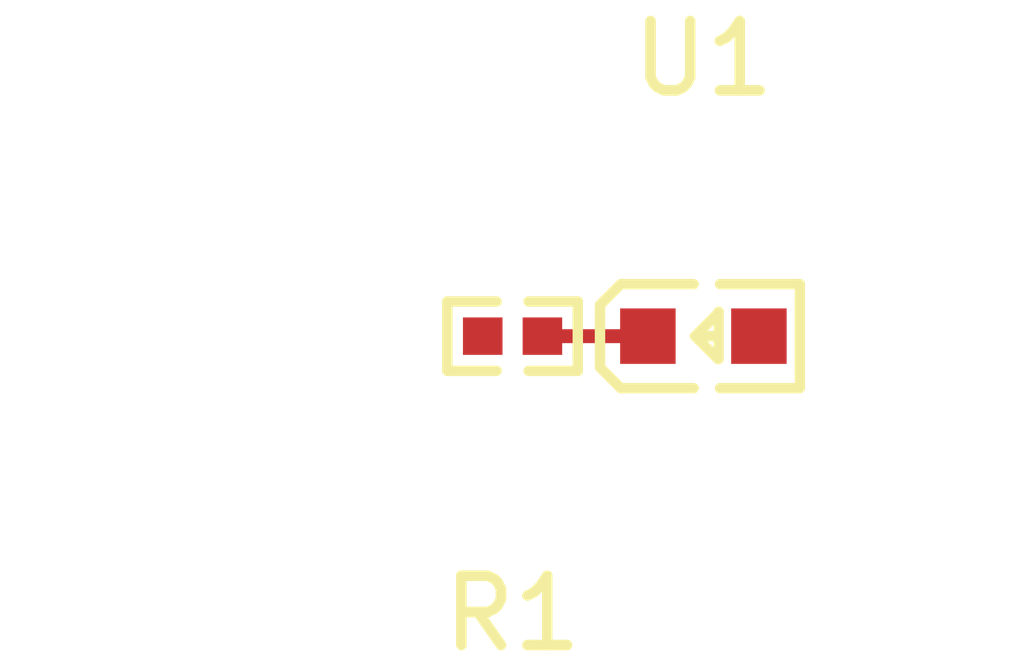
<source format=kicad_pcb>
(kicad_pcb (version 20241229) (generator "pcbnew") (generator_version "9.0")
  (layers (0 "F.Cu" signal) (2 "B.Cu" signal) (13 "F.Paste" user) (15 "B.Paste" user) (5 "F.SilkS" user "F.Silkscreen") (7 "B.SilkS" user "B.Silkscreen") (1 "F.Mask" user) (3 "B.Mask" user) (25 "Edge.Cuts" user))
  (net 0 "")
  (net 1 "gnd")
  (net 2 "anode")
  (net 3 "cathode")
  (footprint "Hubei_KENTO_Elec_KT_0603R:LED0603-RD" (layer "F.Cu") (at 0 0)
    (property "Reference" "U1" (at 0 -4 0) (layer "F.SilkS"))
    (property "Value" "2V")
    (fp_line (start -1.49 -0.45) (end -1.19 -0.75) (stroke (width 0.15)) (layer "F.SilkS"))
    (fp_line (start -1.49 -0.35) (end -1.49 -0.45) (stroke (width 0.15)) (layer "F.SilkS"))
    (fp_line (start -1.49 -0.35) (end -1.49 0.35) (stroke (width 0.15)) (layer "F.SilkS"))
    (fp_line (start -1.49 0.35) (end -1.49 0.45) (stroke (width 0.15)) (layer "F.SilkS"))
    (fp_line (start -1.49 0.45) (end -1.19 0.75) (stroke (width 0.15)) (layer "F.SilkS"))
    (fp_line (start -0.14 -0.75) (end -1.19 -0.75) (stroke (width 0.15)) (layer "F.SilkS"))
    (fp_line (start -0.14 0.75) (end -1.19 0.75) (stroke (width 0.15)) (layer "F.SilkS"))
    (fp_line (start 0.21 0.33) (end -0.12 0) (stroke (width 0.15)) (layer "F.SilkS"))
    (fp_line (start 0.22 -0.35) (end 0.22 -0.34) (stroke (width 0.15)) (layer "F.SilkS"))
    (fp_line (start 0.22 -0.35) (end 0.22 0.33) (stroke (width 0.15)) (layer "F.SilkS"))
    (fp_line (start 0.22 -0.34) (end -0.12 0) (stroke (width 0.15)) (layer "F.SilkS"))
    (fp_line (start 0.22 0) (end -0.12 0) (stroke (width 0.15)) (layer "F.SilkS"))
    (fp_line (start 0.22 0.33) (end 0.21 0.33) (stroke (width 0.15)) (layer "F.SilkS"))
    (fp_line (start 0.24 -0.75) (end 1.39 -0.75) (stroke (width 0.15)) (layer "F.SilkS"))
    (fp_line (start 0.24 0.75) (end 1.39 0.75) (stroke (width 0.15)) (layer "F.SilkS"))
    (fp_line (start 1.39 -0.75) (end 1.39 0.73) (stroke (width 0.15)) (layer "F.SilkS"))
    (fp_text user "${REFERENCE}" (at 0 -4 0) (layer "F.SilkS"))
    (pad "1" smd rect (at -0.8 0 90) (size 0.8 0.8) (layers "F.Cu" "F.Mask" "F.Paste") (net 3 "cathode"))
    (pad "2" smd rect (at 0.8 0 90) (size 0.8 0.8) (layers "F.Cu" "F.Mask" "F.Paste") (net 2 "anode"))
  )
  (footprint "UNI_ROYAL_0402WGF1002TCE:R0402" (layer "F.Cu") (at -2.75 0 180)
    (property "Reference" "R1" (at 0 -4 0) (layer "F.SilkS"))
    (property "Value" "10kΩ ±1% 62.5mW")
    (fp_line (start 0.94 0.5) (end 0.94 -0.5) (stroke (width 0.15)) (layer "F.SilkS"))
    (fp_line (start 0.94 -0.5) (end 0.23 -0.5) (stroke (width 0.15)) (layer "F.SilkS"))
    (fp_line (start 0.23 0.5) (end 0.94 0.5) (stroke (width 0.15)) (layer "F.SilkS"))
    (fp_line (start -0.23 0.5) (end -0.94 0.5) (stroke (width 0.15)) (layer "F.SilkS"))
    (fp_line (start -0.94 0.5) (end -0.94 -0.5) (stroke (width 0.15)) (layer "F.SilkS"))
    (fp_line (start -0.94 -0.5) (end -0.23 -0.5) (stroke (width 0.15)) (layer "F.SilkS"))
    (fp_text user "${REFERENCE}" (at 0 -4 0) (layer "F.SilkS"))
    (pad "1" smd rect (at -0.43 0 180) (size 0.57 0.54) (layers "F.Cu" "F.Mask" "F.Paste") (net 3 "cathode"))
    (pad "2" smd rect (at 0.43 0 180) (size 0.57 0.54) (layers "F.Cu" "F.Mask" "F.Paste") (net 1 "gnd"))
  )
  (segment (start -2.32 0) (end -0.8 0) (width 0.2) (layer "F.Cu") (net 3))
)
</source>
